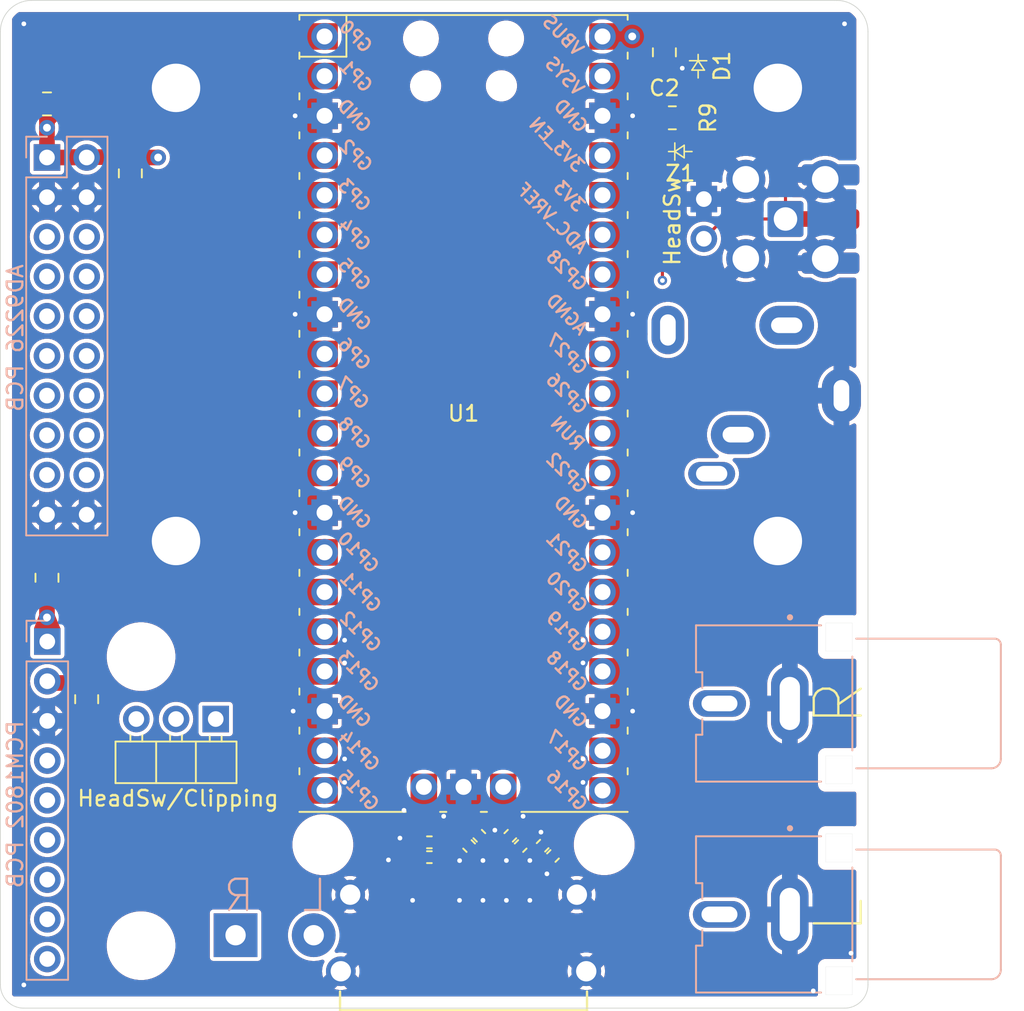
<source format=kicad_pcb>
(kicad_pcb (version 20240108) (generator "pcbnew") (generator_version "8.0")
  (layers (0 "F.Cu" signal) (1 "In1.Cu" signal) (2 "In2.Cu" signal) (31 "B.Cu" signal) (34 "B.Paste" user) (35 "F.Paste" user) (36 "B.SilkS" user "B.Silkscreen") (37 "F.SilkS" user "F.Silkscreen") (38 "B.Mask" user) (39 "F.Mask" user) (44 "Edge.Cuts" user))
  (net 0 "")
  (net 1 "/D2+")
  (net 2 "/PICO_D2+")
  (net 3 "/PICO_D1+")
  (net 4 "/D1+")
  (net 5 "/D0+")
  (net 6 "/PICO_D0+")
  (net 7 "/PICO_CK+")
  (net 8 "/CK+")
  (net 9 "/D2-")
  (net 10 "/PICO_D2-")
  (net 11 "/PICO_D1-")
  (net 12 "/D1-")
  (net 13 "/PICO_D0-")
  (net 14 "/D0-")
  (net 15 "/PICO_CK-")
  (net 16 "/CK-")
  (net 17 "Net-(J2-Pin_9)")
  (net 18 "Net-(J2-Pin_2)")
  (net 19 "GND")
  (net 20 "Net-(J2-Pin_4)")
  (net 21 "Net-(J2-Pin_5)")
  (net 22 "Net-(J3-Pin_13)")
  (net 23 "Net-(J3-Pin_6)")
  (net 24 "Net-(J3-Pin_9)")
  (net 25 "Net-(J3-Pin_17)")
  (net 26 "Net-(J3-Pin_14)")
  (net 27 "Net-(J3-Pin_15)")
  (net 28 "Net-(J3-Pin_8)")
  (net 29 "Net-(J3-Pin_11)")
  (net 30 "Net-(J3-Pin_10)")
  (net 31 "Net-(J3-Pin_7)")
  (net 32 "Net-(J3-Pin_12)")
  (net 33 "Net-(J3-Pin_16)")
  (net 34 "Net-(J3-Pin_5)")
  (net 38 "+5V")
  (net 46 "Net-(J4-Pin_1)")
  (net 47 "Net-(J4-Pin_2)")
  (net 48 "Net-(J3-Pin_18)")
  (net 49 "Net-(J6-Pin_2)")
  (net 51 "Net-(J2-Pin_7)")
  (net 55 "Net-(D1-K)")
  (net 56 "Net-(D1-A)")
  (net 57 "Net-(D2-K)")
  (footprint "TerminalBlock:TerminalBlock_MaiXu_MX126-5.0-02P_1x02_P5.00mm" (layer "F.Cu") (at 106.045 108.831)
    (property "Reference" "J4" (hide yes))
    (property "Value" "L  R")
  )
  (footprint "Connector:HDMI-SS-53000" (layer "F.Cu") (at 120.628 106.238 180)
    (property "Reference" "J1" (hide yes))
    (property "Value" "NOT_HDMI_A" (hide yes))
  )
  (footprint "Resistor_SMD:R_0402_1005Metric" (layer "F.Cu") (at 125.688576 103.0992 -135)
    (property "Reference" "R2" (hide yes))
    (property "Value" "270" (hide yes))
  )
  (footprint "" (layer "F.Cu") (at 102.235 83.6)
    (property "Reference" "")
    (property "Value" "")
  )
  (footprint "Connector_Coaxial:SMA_Amphenol_901-143_Horizontal" (layer "F.Cu") (at 141.224 62.992 -90)
    (property "Reference" "J10" (hide yes))
    (property "Value" "SMA90")
  )
  (footprint "Resistor_SMD:R_0805_2012Metric_Pad1.20x1.40mm_HandSolder" (layer "F.Cu") (at 133.985 56.515 180)
    (property "Reference" "R9")
    (property "Value" "1k" (hide yes))
  )
  (footprint "Resistor_SMD:R_0402_1005Metric" (layer "F.Cu") (at 118.4436 102.8852)
    (property "Reference" "R7" (hide yes))
    (property "Value" "270" (hide yes))
  )
  (footprint "Capacitor_SMD:C_0805_2012Metric_Pad1.18x1.45mm_HandSolder" (layer "F.Cu") (at 99.314 60.071 -90)
    (property "Reference" "C1" (hide yes))
    (property "Value" "100nF")
  )
  (footprint "Capacitor_SMD:C_0805_2012Metric_Pad1.18x1.45mm_HandSolder" (layer "F.Cu") (at 133.477 52.324 -90)
    (property "Reference" "C2")
    (property "Value" "100nF" (hide yes))
  )
  (footprint "" (layer "F.Cu") (at 100 109.5)
    (property "Reference" "")
    (property "Value" "")
  )
  (footprint "Diode_SMD:D_SOD-123" (layer "F.Cu") (at 134.494 58.674)
    (property "Reference" "Z1")
    (property "Value" "D_Zener3.3V" (hide yes))
  )
  (footprint "Capacitor_SMD:C_0805_2012Metric_Pad1.18x1.45mm_HandSolder" (layer "F.Cu") (at 93.98 55.626 180)
    (property "Reference" "C4" (hide yes))
    (property "Value" "100nF")
  )
  (footprint "" (layer "F.Cu") (at 140.735 83.6)
    (property "Reference" "")
    (property "Value" "")
  )
  (footprint "Connector_PinHeader_2.54mm:PinHeader_1x03_P2.54mm_Horizontal" (layer "F.Cu") (at 104.775 94.996 -90)
    (property "Reference" "J6" (hide yes))
    (property "Value" "HeadSw/Clipping")
  )
  (footprint "Connector_PinHeader_2.54mm:PinHeader_1x02_P2.54mm_Horizontal" (layer "F.Cu") (at 136 61.717)
    (property "Reference" "J9" (hide yes))
    (property "Value" "HeadSw")
  )
  (footprint "Diode_SMD:D_SOD-123" (layer "F.Cu") (at 135.636 53.212 -90)
    (property "Reference" "D1")
    (property "Value" "D")
  )
  (footprint "Capacitor_SMD:C_0805_2012Metric_Pad1.18x1.45mm_HandSolder" (layer "F.Cu") (at 96.52 93.726 -90)
    (property "Reference" "C3" (hide yes))
    (property "Value" "100nF")
  )
  (footprint "Resistor_SMD:R_0402_1005Metric" (layer "F.Cu") (at 118.4436 103.8352)
    (property "Reference" "R8" (hide yes))
    (property "Value" "270" (hide yes))
  )
  (footprint "Connector_Audio:Jack_3.5mm_CUI_SJ1-3515N_Horizontal" (layer "F.Cu") (at 144.801 74.295 180)
    (property "Reference" "J8" (hide yes))
    (property "Value" "AudioJack2_Ground_Switch" (hide yes))
  )
  (footprint "Resistor_SMD:R_0402_1005Metric" (layer "F.Cu") (at 121.6388 102.4636 -45)
    (property "Reference" "R5" (hide yes))
    (property "Value" "270" (hide yes))
  )
  (footprint "Resistor_SMD:R_0402_1005Metric" (layer "F.Cu") (at 120.9836 103.124 -45)
    (property "Reference" "R6" (hide yes))
    (property "Value" "270" (hide yes))
  )
  (footprint "" (layer "F.Cu") (at 140.735 54.6)
    (property "Reference" "")
    (property "Value" "")
  )
  (footprint "MCU_RaspberryPi_and_Boards:RPi_Pico_SMD_TH" (layer "F.Cu") (at 120.628 75.438)
    (property "Reference" "U1")
    (property "Value" "Pico")
  )
  (footprint "Resistor_SMD:R_0402_1005Metric" (layer "F.Cu") (at 123.620176 102.4636 -135)
    (property "Reference" "R4" (hide yes))
    (property "Value" "270" (hide yes))
  )
  (footprint "" (layer "F.Cu") (at 102.235 54.6)
    (property "Reference" "")
    (property "Value" "")
  )
  (footprint "dvi-sock:MH_Pico_M2ish" (layer "F.Cu") (at 129.628 103.038 -90)
    (property "Reference" "REF**" (hide yes))
    (property "Value" "MH_Pico_M2ish" (hide yes))
  )
  (footprint "Resistor_SMD:R_0402_1005Metric" (layer "F.Cu") (at 124.280576 103.124 -135)
    (property "Reference" "R3" (hide yes))
    (property "Value" "270" (hide yes))
  )
  (footprint "Connector_Coaxial:SMA_Samtec_SMA-J-P-H-ST-EM1_EdgeMount" (layer "F.Cu") (at 144.3485 62.992)
    (property "Reference" "J11" (hide yes))
    (property "Value" "SMAEdge")
  )
  (footprint "Resistor_SMD:R_0402_1005Metric" (layer "F.Cu") (at 126.348976 103.7596 -135)
    (property "Reference" "R1" (hide yes))
    (property "Value" "270" (hide yes))
  )
  (footprint "Capacitor_SMD:C_0805_2012Metric_Pad1.18x1.45mm_HandSolder" (layer "F.Cu") (at 93.98 85.9536 90)
    (property "Reference" "C5" (hide yes))
    (property "Value" "100nF")
  )
  (footprint "dvi-sock:MH_Pico_M2ish" (layer "F.Cu") (at 111.628 103.038 -90)
    (property "Reference" "REF**" (hide yes))
    (property "Value" "MH_Pico_M2ish" (hide yes))
  )
  (footprint "" (layer "F.Cu") (at 100 91)
    (property "Reference" "")
    (property "Value" "")
  )
  (footprint "RCJ-047:CUI_RCJ-047" (layer "B.Cu") (at 145.5 107.5)
    (property "Reference" "J5" (hide yes))
    (property "Value" "L")
    (fp_line (start -1.7 -5.15) (end -1.7 -3.35) (stroke (width 0.01)) (layer "Edge.Cuts"))
    (fp_line (start -1.7 -3.35) (end 0 -3.35) (stroke (width 0.01)) (layer "Edge.Cuts"))
    (fp_line (start -1.7 3.35) (end -1.7 5.15) (stroke (width 0.01)) (layer "Edge.Cuts"))
    (fp_line (start -1.7 5.15) (end 0 5.15) (stroke (width 0.01)) (layer "Edge.Cuts"))
    (fp_line (start 0 -5.15) (end -1.7 -5.15) (stroke (width 0.01)) (layer "Edge.Cuts"))
    (fp_line (start 0 -3.35) (end 0 -5.15) (stroke (width 0.01)) (layer "Edge.Cuts"))
    (fp_line (start 0 3.35) (end -1.7 3.35) (stroke (width 0.01)) (layer "Edge.Cuts"))
    (fp_line (start 0 5.15) (end 0 3.35) (stroke (width 0.01)) (layer "Edge.Cuts"))
  )
  (footprint "RCJ-047:CUI_RCJ-047" (layer "B.Cu") (at 145.5 94)
    (property "Reference" "J7" (hide yes))
    (property "Value" "R")
    (fp_line (start -1.7 -5.15) (end -1.7 -3.35) (stroke (width 0.01)) (layer "Edge.Cuts"))
    (fp_line (start -1.7 -3.35) (end 0 -3.35) (stroke (width 0.01)) (layer "Edge.Cuts"))
    (fp_line (start -1.7 3.35) (end -1.7 5.15) (stroke (width 0.01)) (layer "Edge.Cuts"))
    (fp_line (start -1.7 5.15) (end 0 5.15) (stroke (width 0.01)) (layer "Edge.Cuts"))
    (fp_line (start 0 -5.15) (end -1.7 -5.15) (stroke (width 0.01)) (layer "Edge.Cuts"))
    (fp_line (start 0 -3.35) (end 0 -5.15) (stroke (width 0.01)) (layer "Edge.Cuts"))
    (fp_line (start 0 3.35) (end -1.7 3.35) (stroke (width 0.01)) (layer "Edge.Cuts"))
    (fp_line (start 0 5.15) (end 0 3.35) (stroke (width 0.01)) (layer "Edge.Cuts"))
  )
  (footprint "Connector_PinSocket_2.54mm:PinSocket_2x10_P2.54mm_Vertical" (layer "B.Cu") (at 93.98 59.055 180)
    (property "Reference" "J3" (hide yes))
    (property "Value" "AD9226 PCB")
  )
  (footprint "Connector_PinSocket_2.54mm:PinSocket_1x09_P2.54mm_Vertical" (layer "B.Cu") (at 94 90.035 180)
    (property "Reference" "J2" (hide yes))
    (property "Value" "PCM1802 PCB")
  )
  (gr_line (start 145 113.5) (end 92.5 113.5) (stroke (width 0.05)) (layer "Edge.Cuts"))
  (gr_line (start 93 49) (end 144.5 49) (stroke (width 0.05)) (layer "Edge.Cuts"))
  (gr_arc (start 146.5 112) (mid 146.06066 113.06066) (end 145 113.5) (stroke (width 0.05)) (layer "Edge.Cuts"))
  (gr_line (start 91 112) (end 91 51) (stroke (width 0.05)) (layer "Edge.Cuts"))
  (gr_arc (start 92.5 113.5) (mid 91.43934 113.06066) (end 91 112) (stroke (width 0.05)) (layer "Edge.Cuts"))
  (gr_arc (start 91 51) (mid 91.585786 49.585786) (end 93 49) (stroke (width 0.05)) (layer "Edge.Cuts"))
  (gr_line (start 146.5 112) (end 146.5 51) (stroke (width 0.05)) (layer "Edge.Cuts"))
  (gr_arc (start 144.5 49) (mid 145.914214 49.585786) (end 146.5 51) (stroke (width 0.05)) (layer "Edge.Cuts"))
  (segment (start 125.378 104.292) (end 125.549776 104.120224) (width 0.2) (layer "F.Cu") (net 1))
  (segment (start 125.378 105.338) (end 125.378 104.292) (width 0.2) (layer "F.Cu") (net 1))
  (segment (start 125.549776 104.120224) (end 125.988352 104.120224) (width 0.2) (layer "F.Cu") (net 1))
  (segment (start 129.518 99.568) (end 128.473 98.523) (width 0.2) (layer "F.Cu") (net 2))
  (segment (start 127.095 102.671375) (end 126.7096 103.056775) (width 0.2) (layer "F.Cu") (net 2))
  (segment (start 128.473 98.523) (end 127.738264 98.523) (width 0.2) (layer "F.Cu") (net 2))
  (segment (start 126.7096 103.056775) (end 126.7096 103.398976) (width 0.2) (layer "F.Cu") (net 2))
  (segment (start 127.095 99.166264) (end 127.095 102.671375) (width 0.2) (layer "F.Cu") (net 2))
  (segment (start 127.738264 98.523) (end 127.095 99.166264) (width 0.2) (layer "F.Cu") (net 2))
  (segment (start 128.473001 90.903001) (end 127.385199 90.903001) (width 0.2) (layer "F.Cu") (net 3))
  (segment (start 125.027196 102.035178) (end 125.027196 102.37738) (width 0.2) (layer "F.Cu") (net 3))
  (segment (start 125.027196 102.37738) (end 124.6412 102.763376) (width 0.2) (layer "F.Cu") (net 3))
  (segment (start 127.385199 90.903001) (end 125.545 92.7432) (width 0.2) (layer "F.Cu") (net 3))
  (segment (start 125.545 101.517374) (end 125.027196 102.035178) (width 0.2) (layer "F.Cu") (net 3))
  (segment (start 129.518 91.948) (end 128.473001 90.903001) (width 0.2) (layer "F.Cu") (net 3))
  (segment (start 125.545 92.7432) (end 125.545 101.517374) (width 0.2) (layer "F.Cu") (net 3))
  (segment (start 123.878 103.526576) (end 123.919952 103.484624) (width 0.2) (layer "F.Cu") (net 4))
  (segment (start 123.878 105.338) (end 123.878 103.526576) (width 0.2) (layer "F.Cu") (net 4))
  (segment (start 121.999424 102.824224) (end 122.378 103.2028) (width 0.2) (layer "F.Cu") (net 5))
  (segment (start 122.378 103.2028) (end 122.378 105.338) (width 0.2) (layer "F.Cu") (net 5))
  (segment (start 116.345 101.0568) (end 116.345 91.7568) (width 0.2) (layer "F.Cu") (net 6))
  (segment (start 115.0412 90.453) (end 112.783 90.453) (width 0.2) (layer "F.Cu") (net 6))
  (segment (start 121.278176 102.102976) (end 120.941175 102.102976) (width 0.2) (layer "F.Cu") (net 6))
  (segment (start 120.941175 102.102976) (end 120.613199 101.775) (width 0.2) (layer "F.Cu") (net 6))
  (segment (start 112.783 90.453) (end 111.738 89.408) (width 0.2) (layer "F.Cu") (net 6))
  (segment (start 120.613199 101.775) (end 117.0632 101.775) (width 0.2) (layer "F.Cu") (net 6))
  (segment (start 117.0632 101.775) (end 116.345 101.0568) (width 0.2) (layer "F.Cu") (net 6))
  (segment (start 116.345 91.7568) (end 115.0412 90.453) (width 0.2) (layer "F.Cu") (net 6))
  (segment (start 117.453599 102.8852) (end 117.9336 102.8852) (width 0.2) (layer "F.Cu") (net 7))
  (segment (start 113.8112 98.073) (end 114.945 99.2068) (width 0.2) (layer "F.Cu") (net 7))
  (segment (start 114.945 101.7068) (end 116.3734 103.1352) (width 0.2) (layer "F.Cu") (net 7))
  (segment (start 114.945 99.2068) (end 114.945 101.7068) (width 0.2) (layer "F.Cu") (net 7))
  (segment (start 112.783 98.073) (end 113.8112 98.073) (width 0.2) (layer "F.Cu") (net 7))
  (segment (start 111.738 97.028) (end 112.783 98.073) (width 0.2) (layer "F.Cu") (net 7))
  (segment (start 116.3734 103.1352) (end 117.203599 103.1352) (width 0.2) (layer "F.Cu") (net 7))
  (segment (start 117.203599 103.1352) (end 117.453599 102.8852) (width 0.2) (layer "F.Cu") (net 7))
  (segment (start 119.0036 102.8852) (end 119.2536 103.1352) (width 0.2) (layer "F.Cu") (net 8))
  (segment (start 118.9536 102.8852) (end 119.0036 102.8852) (width 0.2) (layer "F.Cu") (net 8))
  (segment (start 119.2536 103.1352) (end 120.162307 103.1352) (width 0.2) (layer "F.Cu") (net 8))
  (segment (start 120.162307 103.1352) (end 120.878 103.850893) (width 0.2) (layer "F.Cu") (net 8))
  (segment (start 120.878 103.850893) (end 120.878 105.338) (width 0.2) (layer "F.Cu") (net 8))
  (segment (start 124.37 105.33) (end 124.378 105.338) (width 0.2) (layer "F.Cu") (net 9))
  (segment (start 124.37 103.842893) (end 124.37 105.33) (width 0.2) (layer "F.Cu") (net 9))
  (segment (start 124.753069 103.459824) (end 124.37 103.842893) (width 0.2) (layer "F.Cu") (net 9))
  (segment (start 125.327952 103.459824) (end 124.753069 103.459824) (width 0.2) (layer "F.Cu") (net 9))
  (segment (start 126.645 98.979864) (end 126.645 102.484977) (width 0.2) (layer "F.Cu") (net 10))
  (segment (start 126.645 102.484977) (end 126.391401 102.738576) (width 0.2) (layer "F.Cu") (net 10))
  (segment (start 128.473 98.073) (end 127.551864 98.073) (width 0.2) (layer "F.Cu") (net 10))
  (segment (start 127.551864 98.073) (end 126.645 98.979864) (width 0.2) (layer "F.Cu") (net 10))
  (segment (start 126.391401 102.738576) (end 126.0492 102.738576) (width 0.2) (layer "F.Cu") (net 10))
  (segment (start 129.518 97.028) (end 128.473 98.073) (width 0.2) (layer "F.Cu") (net 10))
  (segment (start 124.708998 101.71698) (end 124.366796 101.71698) (width 0.2) (layer "F.Cu") (net 11))
  (segment (start 125.095 101.330978) (end 124.708998 101.71698) (width 0.2) (layer "F.Cu") (net 11))
  (segment (start 129.518 89.408) (end 128.473001 90.452999) (width 0.2) (layer "F.Cu") (net 11))
  (segment (start 125.095 92.5568) (end 125.095 101.330978) (width 0.2) (layer "F.Cu") (net 11))
  (segment (start 127.198801 90.452999) (end 125.095 92.5568) (width 0.2) (layer "F.Cu") (net 11))
  (segment (start 128.473001 90.452999) (end 127.198801 90.452999) (width 0.2) (layer "F.Cu") (net 11))
  (segment (start 124.366796 101.71698) (end 123.9808 102.102976) (width 0.2) (layer "F.Cu") (net 11))
  (segment (start 123.259552 102.824224) (end 122.87 103.213776) (width 0.2) (layer "F.Cu") (net 12))
  (segment (start 122.87 105.33) (end 122.878 105.338) (width 0.2) (layer "F.Cu") (net 12))
  (segment (start 122.87 103.213776) (end 122.87 105.33) (width 0.2) (layer "F.Cu") (net 12))
  (segment (start 114.8548 90.903) (end 112.783 90.903) (width 0.2) (layer "F.Cu") (net 13))
  (segment (start 120.622976 102.421175) (end 120.426801 102.225) (width 0.2) (layer "F.Cu") (net 13))
  (segment (start 116.8768 102.225) (end 115.895 101.2432) (width 0.2) (layer "F.Cu") (net 13))
  (segment (start 115.895 101.2432) (end 115.895 91.9432) (width 0.2) (layer "F.Cu") (net 13))
  (segment (start 120.622976 102.763376) (end 120.622976 102.421175) (width 0.2) (layer "F.Cu") (net 13))
  (segment (start 115.895 91.9432) (end 114.8548 90.903) (width 0.2) (layer "F.Cu") (net 13))
  (segment (start 112.783 90.903) (end 111.738 91.948) (width 0.2) (layer "F.Cu") (net 13))
  (segment (start 120.426801 102.225) (end 116.8768 102.225) (width 0.2) (layer "F.Cu") (net 13))
  (segment (start 121.344224 104.124224) (end 121.378 104.158) (width 0.2) (layer "F.Cu") (net 14))
  (segment (start 121.378 104.158) (end 121.378 105.338) (width 0.2) (layer "F.Cu") (net 14))
  (segment (start 121.344224 103.484624) (end 121.344224 104.124224) (width 0.2) (layer "F.Cu") (net 14))
  (segment (start 113.6248 98.523) (end 114.495 99.3932) (width 0.2) (layer "F.Cu") (net 15))
  (segment (start 112.783 98.523) (end 113.6248 98.523) (width 0.2) (layer "F.Cu") (net 15))
  (segment (start 111.738 99.568) (end 112.783 98.523) (width 0.2) (layer "F.Cu") (net 15))
  (segment (start 114.495 101.8932) (end 116.187 103.5852) (width 0.2) (layer "F.Cu") (net 15))
  (segment (start 114.495 99.3932) (end 114.495 101.8932) (width 0.2) (layer "F.Cu") (net 15))
  (segment (start 116.187 103.5852) (end 117.203599 103.5852) (width 0.2) (layer "F.Cu") (net 15))
  (segment (start 117.453599 103.8352) (end 117.9336 103.8352) (width 0.2) (layer "F.Cu") (net 15))
  (segment (start 117.203599 103.5852) (end 117.453599 103.8352) (width 0.2) (layer "F.Cu") (net 15))
  (segment (start 119.878 105.338) (end 119.876 105.336) (width 0.2) (layer "F.Cu") (net 16))
  (segment (start 119.876 105.336) (end 119.876 103.82156) (width 0.2) (layer "F.Cu") (net 16))
  (segment (start 119.0036 103.8352) (end 119.2536 103.5852) (width 0.2) (layer "F.Cu") (net 16))
  (segment (start 118.9536 103.8352) (end 119.0036 103.8352) (width 0.2) (layer "F.Cu") (net 16))
  (segment (start 119.2536 103.5852) (end 119.63964 103.5852) (width 0.2) (layer "F.Cu") (net 16))
  (segment (start 119.876 103.82156) (end 119.63964 103.5852) (width 0.2) (layer "F.Cu") (net 16))
  (segment (start 96.52 92.6885) (end 94.1135 92.6885) (width 1) (layer "F.Cu") (net 18))
  (segment (start 94.1135 92.6885) (end 94 92.575) (width 0.2) (layer "F.Cu") (net 18))
  (segment (start 124.878 104.058) (end 124.87 104.05) (width 0.2) (layer "F.Cu") (net 19))
  (segment (start 117.378 104.424) (end 117.378 105.338) (width 0.2) (layer "F.Cu") (net 19))
  (segment (start 121.878 105.338) (end 121.878 106.592) (width 0.2) (layer "F.Cu") (net 19))
  (segment (start 120.376 104.056) (end 120.376 105.336) (width 0.2) (layer "F.Cu") (net 19))
  (segment (start 123.37 104.05) (end 123.37 105.33) (width 0.2) (layer "F.Cu") (net 19))
  (segment (start 120.376 105.336) (end 120.378 105.338) (width 0.2) (layer "F.Cu") (net 19))
  (segment (start 121.878 106.592) (end 121.87 106.6) (width 0.2) (layer "F.Cu") (net 19))
  (segment (start 123.37 105.33) (end 123.378 105.338) (width 0.2) (layer "F.Cu") (net 19))
  (segment (start 117.37 105.346) (end 117.378 105.338) (width 0.2) (layer "F.Cu") (net 19))
  (segment (start 124.878 105.338) (end 124.878 104.058) (width 0.2) (layer "F.Cu") (net 19))
  (segment (start 124.878 106.592) (end 124.87 106.6) (width 0.2) (layer "F.Cu") (net 19))
  (segment (start 120.378 106.592) (end 120.37 106.6) (width 0.2) (layer "F.Cu") (net 19))
  (segment (start 123.378 106.592) (end 123.37 106.6) (width 0.2) (layer "F.Cu") (net 19))
  (segment (start 124.878 105.338) (end 124.878 106.592) (width 0.2) (layer "F.Cu") (net 19))
  (segment (start 123.378 105.338) (end 123.378 106.592) (width 0.2) (layer "F.Cu") (net 19))
  (segment (start 120.378 105.338) (end 120.378 106.592) (width 0.2) (layer "F.Cu") (net 19))
  (segment (start 121.87 104.05) (end 121.87 105.33) (width 0.2) (layer "F.Cu") (net 19))
  (segment (start 121.87 105.33) (end 121.878 105.338) (width 0.2) (layer "F.Cu") (net 19))
  (segment (start 117.37 106.6) (end 117.37 105.346) (width 0.2) (layer "F.Cu") (net 19))
  (segment (start 116.967 104.013) (end 117.378 104.424) (width 0.2) (layer "F.Cu") (net 19))
  (segment (start 115.824 104.013) (end 116.967 104.013) (width 0.2) (layer "F.Cu") (net 19))
  (via (at 145.415 109.982) (size 0.6) (drill 0.3) (layers "F.Cu" "B.Cu") (net 19))
  (via (at 109.855 81.788) (size 0.6) (drill 0.3) (layers "F.Cu" "B.Cu") (net 19))
  (via (at 122.6312 102.108) (size 0.6) (drill 0.3) (layers "F.Cu" "B.Cu") (net 19))
  (via (at 131.445 69.088) (size 0.6) (drill 0.3) (layers "F.Cu" "B.Cu") (net 19))
  (via (at 109.855 69.088) (size 0.6) (drill 0.3) (layers "F.Cu" "B.Cu") (net 19))
  (via (at 109.728 94.488) (size 0.6) (drill 0.3) (layers "F.Cu" "B.Cu") (net 19))
  (via (at 124.87 106.6) (size 0.6) (drill 0.3) (layers "F.Cu" "B.Cu") (net 19))
  (via (at 113.02 99.05) (size 0.6) (drill 0.3) (layers "F.Cu" "B.Cu") (net 19))
  (via (at 109.855 56.388) (size 0.6) (drill 0.3) (layers "F.Cu" "B.Cu") (net 19))
  (via (at 120.37 106.6) (size 0.6) (drill 0.3) (layers "F.Cu" "B.Cu") (net 19))
  (via (at 124.87 104.05) (size 0.6) (drill 0.3) (layers "F.Cu" "B.Cu") (net 19))
  (via (at 143 112.395) (size 0.6) (drill 0.3) (layers "F.Cu" "B.Cu") (net 19))
  (via (at 92.5 112.014) (size 0.6) (drill 0.3) (layers "F.Cu" "B.Cu") (net 19))
  (via (at 145 50.5) (size 0.6) (drill 0.3) (layers "F.Cu" "B.Cu") (net 19))
  (via (at 117.37 106.6) (size 0.6) (drill 0.3) (layers "F.Cu" "B.Cu") (net 19))
  (via (at 113.02 91.4) (size 0.6) (drill 0.3) (layers "F.Cu" "B.Cu") (net 19))
  (via (at 125.581 102.235) (size 0.6) (drill 0.3) (layers "F.Cu" "B.Cu") (net 19))
  (via (at 131.445 94.488) (size 0.6) (drill 0.3) (layers "F.Cu" "B.Cu") (net 19))
  (via (at 134.62 53.34) (size 0.6) (drill 0.3) (layers "F.Cu" "B.Cu") (net 19))
  (via (at 123.37 106.6) (size 0.6) (drill 0.3) (layers "F.Cu" "B.Cu") (net 19))
  (via (at 128.27 91.4) (size 0.6) (drill 0.3) (layers "F.Cu" "B.Cu") (net 19))
  (via (at 116.818 100.838) (size 0.6) (drill 0.3) (layers "F.Cu" "B.Cu") (net 19))
  (via (at 92.5 50.5) (size 0.6) (drill 0.3) (layers "F.Cu" "B.Cu") (net 19))
  (via (at 121.87 104.05) (size 0.6) (drill 0.3) (layers "F.Cu" "B.Cu") (net 19))
  (via (at 131.445 81.788) (size 0.6) (drill 0.3) (layers "F.Cu" "B.Cu") (net 19))
  (via (at 128.27 97.55) (size 0.6) (drill 0.3) (layers "F.Cu" "B.Cu") (net 19))
  (via (at 120.376 104.056) (size 0.6) (drill 0.3) (layers "F.Cu" "B.Cu") (net 19))
  (via (at 115.824 104.013) (size 0.6) (drill 0.3) (layers "F.Cu" "B.Cu") (net 19))
  (via (at 119.358 101.219) (size 0.6) (drill 0.3) (layers "F.Cu" "B.Cu") (net 19))
  (via (at 128.27 99.05) (size 0.6) (drill 0.3) (layers "F.Cu" "B.Cu") (net 19))
  (via (at 128.27 89.95) (size 0.6) (drill 0.3) (layers "F.Cu" "B.Cu") (net 19))
  (via (at 124.438 101.219) (size 0.6) (drill 0.3) (layers "F.Cu" "B.Cu") (net 19))
  (via (at 131.445 56.388) (size 0.6) (drill 0.3) (layers "F.Cu" "B.Cu") (net 19))
  (via (at 121.87 106.6) (size 0.6) (drill 0.3) (layers "F.Cu" "B.Cu") (net 19))
  (via (at 113.02 89.95) (size 0.6) (drill 0.3) (layers "F.Cu" "B.Cu") (net 19))
  (via (at 116.5606 102.616) (size 0.6) (drill 0.3) (layers "F.Cu" "B.Cu") (net 19))
  (via (at 125.962 104.902) (size 0.6) (drill 0.3) (layers "F.Cu" "B.Cu") (net 19))
  (via (at 113.02 97.55) (size 0.6) (drill 0.3) (layers "F.Cu" "B.Cu") (net 19))
  (via (at 123.37 104.05) (size 0.6) (drill 0.3) (layers "F.Cu" "B.Cu") (net 19))
  (segment (start 93.98 90.015) (end 94 90.035) (width 0.2) (layer "F.Cu") (net 38))
  (segment (start 131.4196 51.308) (end 133.4555 51.308) (width 1) (layer "F.Cu") (net 38))
  (segment (start 129.518 51.308) (end 131.4196 51.308) (width 1) (layer "F.Cu") (net 38))
  (segment (start 93.98 56.6635) (end 95.0175 55.626) (width 1) (layer "F.Cu") (net 38))
  (segment (start 93.98 57.15) (end 93.98 59.055) (width 1) (layer "F.Cu") (net 38))
  (segment (start 96.5454 59.0296) (end 96.52 59.055) (width 0.2) (layer "F.Cu") (net 38))
  (segment (start 95.25 59.055) (end 95.2754 59.0296) (width 1) (layer "F.Cu") (net 38))
  (segment (start 131.4196 51.308) (end 131.4214 51.3062) (width 0.2) (layer "F.Cu") (net 38))
  (segment (start 95.2754 59.0296) (end 96.5454 59.0296) (width 1) (layer "F.Cu") (net 38))
  (segment (start 93.98 57.15) (end 93.98 56.6635) (width 1) (layer "F.Cu") (net 38))
  (segment (start 99.9254 59.0296) (end 99.9744 59.0786) (width 0.2) (layer "F.Cu") (net 38))
  (segment (start 133.4555 51.308) (end 133.477 51.2865) (width 1) (layer "F.Cu") (net 38))
  (segment (start 95.2754 59.0296) (end 99.9254 59.0296) (width 1) (layer "F.Cu") (net 38))
  (segment (start 93.98 87.4286) (end 93.98 90.015) (width 1) (layer "F.Cu") (net 38))
  (segment (start 93.98 59.055) (end 96.52 59.055) (width 1) (layer "F.Cu") (net 38))
  (segment (start 101.092 59.055) (end 99.998 59.055) (width 1) (layer "F.Cu") (net 38))
  (segment (start 133.9832 51.308) (end 133.985 51.3062) (width 0.2) (layer "F.Cu") (net 38))
  (segment (start 99.998 59.055) (end 99.9744 59.0786) (width 0.2) (layer "F.Cu") (net 38))
  (via (at 93.98 88.4936) (size 1) (drill 0.5) (layers "F.Cu" "B.Cu") (net 38))
  (via (at 93.98 57.15) (size 1) (drill 0.5) (layers "F.Cu" "B.Cu") (net 38))
  (via (at 131.4196 51.308) (size 1) (drill 0.5) (layers "F.Cu" "B.Cu") (net 38))
  (via (at 101.092 59.055) (size 1) (drill 0.5) (layers "F.Cu" "B.Cu") (net 38))
  (segment (start 135.636 53.213) (end 135.636 51.562) (width 0.2) (layer "F.Cu") (net 55))
  (segment (start 134.985 56.515) (end 134.985 56.499) (width 0.2) (layer "F.Cu") (net 55))
  (segment (start 134.985 56.499) (end 134.239 55.753) (width 0.2) (layer "F.Cu") (net 55))
  (segment (start 134.239 54.61) (end 135.636 53.213) (width 0.2) (layer "F.Cu") (net 55))
  (segment (start 134.239 55.753) (end 134.239 54.61) (width 0.2) (layer "F.Cu") (net 55))
  (segment (start 141.224 60.45) (end 141.224 62.992) (width 0.2) (layer "F.Cu") (net 56))
  (segment (start 141.224 62.992) (end 137.265 62.992) (width 0.2) (layer "F.Cu") (net 56))
  (segment (start 135.636 54.862) (end 141.224 60.45) (width 0.2) (layer "F.Cu") (net 56))
  (segment (start 144.3485 62.992) (end 141.224 62.992) (width 1) (layer "F.Cu") (net 56))
  (segment (start 137.265 62.992) (end 136 64.257) (width 0.2) (layer "F.Cu") (net 56))
  (segment (start 133.494 56.006) (end 133.477 56.023) (width 0.2) (layer "F.Cu") (net 57))
  (segment (start 133.35 66.927) (end 133.351 66.928) (width 0.2) (layer "F.Cu") (net 57))
  (segment (start 132.985 58.281) (end 132.985 56.515) (width 0.2) (layer "F.Cu") (net 57))
  (segment (start 132.844 58.676) (end 133.35 59.182) (width 0.2) (layer "F.Cu") (net 57))
  (segment (start 133.35 59.182) (end 133.35 66.927) (width 0.2) (layer "F.Cu") (net 57))
  (segment (start 132.844 58.422) (end 132.985 58.281) (width 0.2) (layer "F.Cu") (net 57))
  (segment (start 132.844 58.674) (end 132.844 58.676) (width 0.2) (layer "F.Cu") (net 57))
  (segment (start 132.844 58.674) (end 132.844 58.422) (width 0.2) (layer "F.Cu") (net 57))
  (via (at 133.351 66.928) (size 0.6) (drill 0.3) (layers "F.Cu" "B.Cu") (net 57))
  (zone (net 19) (net_name "GND") (layers "F&B.Cu") (name "GND") (connect_pads (clearance 0.25)) (min_thickness 0.25) (fill yes (thermal_gap 0.25) (thermal_bridge_width 1))
    (polygon (pts (xy 145.75 49.75) (xy 145.75 112.75) (xy 91.75 112.75) (xy 91.75 49.75)))
  )
)
</source>
